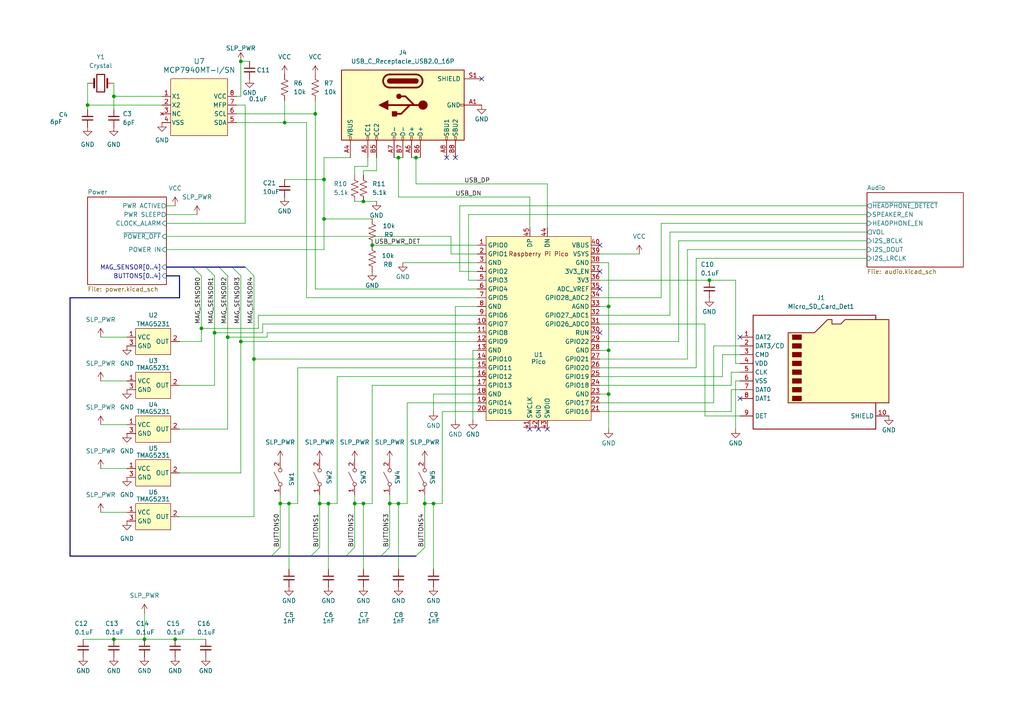
<source format=kicad_sch>
(kicad_sch (version 20231120) (generator "eeschema") (generator_version "8.0")
  (paper "A4")
  (title_block (title "Boombuddy"))
  (lib_symbols
    (symbol "Connector:Micro_SD_Card_Det1"
      (property "Reference" "J" (at -16.51 17.78 0))
      (property "Value" "Micro_SD_Card_Det1" (at 16.51 17.78 0))
      (symbol "Micro_SD_Card_Det1_0_1"
        (rectangle (start -7.62 -6.985) (end -5.08 -8.255) (stroke (width 0.254)) (fill (type outline)))
        (rectangle (start -7.62 -4.445) (end -5.08 -5.715) (stroke (width 0.254)) (fill (type outline)))
        (rectangle (start -7.62 -1.905) (end -5.08 -3.175) (stroke (width 0.254)) (fill (type outline)))
        (rectangle (start -7.62 0.635) (end -5.08 -0.635) (stroke (width 0.254)) (fill (type outline)))
        (rectangle (start -7.62 3.175) (end -5.08 1.905) (stroke (width 0.254)) (fill (type outline)))
        (rectangle (start -7.62 5.715) (end -5.08 4.445) (stroke (width 0.254)) (fill (type outline)))
        (rectangle (start -7.62 8.255) (end -5.08 6.985) (stroke (width 0.254)) (fill (type outline)))
        (rectangle (start -7.62 10.795) (end -5.08 9.525) (stroke (width 0.254)) (fill (type outline)))
        (polyline (pts (xy 16.51 15.24) (xy 16.51 16.51) (xy -19.05 16.51) (xy -19.05 -16.51) (xy 16.51 -16.51) (xy 16.51 -8.89)) (stroke (width 0.254)))
        (polyline (pts (xy -8.89 -8.89) (xy -8.89 11.43) (xy -1.27 11.43) (xy 2.54 15.24) (xy 3.81 15.24) (xy 3.81 13.97) (xy 6.35 13.97) (xy 7.62 15.24) (xy 20.32 15.24) (xy 20.32 -8.89) (xy -8.89 -8.89)) (stroke (width 0.254)) (fill (type background)))
      )
      (symbol "Micro_SD_Card_Det1_1_1"
        (pin bidirectional line (at -22.86 10.16 0) (length 3.81) (name "DAT2") (number "1"))
        (pin passive line (at 20.32 -12.7 180) (length 3.81) (name "SHIELD") (number "10"))
        (pin bidirectional line (at -22.86 7.62 0) (length 3.81) (name "DAT3/CD") (number "2"))
        (pin input line (at -22.86 5.08 0) (length 3.81) (name "CMD") (number "3"))
        (pin power_in line (at -22.86 2.54 0) (length 3.81) (name "VDD") (number "4"))
        (pin input line (at -22.86 0 0) (length 3.81) (name "CLK") (number "5"))
        (pin power_in line (at -22.86 -2.54 0) (length 3.81) (name "VSS") (number "6"))
        (pin bidirectional line (at -22.86 -5.08 0) (length 3.81) (name "DAT0") (number "7"))
        (pin bidirectional line (at -22.86 -7.62 0) (length 3.81) (name "DAT1") (number "8"))
        (pin passive line (at -22.86 -12.7 0) (length 3.81) (name "DET") (number "9"))
      )
    )
    (symbol "Connector:USB_C_Receptacle_USB2.0_16P" (pin_names (offset 1.016))
      (property "Reference" "J4" (at -15.24 0 90))
      (property "Value" "USB_C_Receptacle_USB2.0_16P" (at -12.7 0 90))
      (symbol "USB_C_Receptacle_USB2.0_16P_0_0"
        (rectangle (start -0.254 -17.78) (end 0.254 -16.764))
        (rectangle (start 10.16 -14.986) (end 9.144 -15.494))
        (rectangle (start 10.16 -12.446) (end 9.144 -12.954))
        (rectangle (start 10.16 -4.826) (end 9.144 -5.334))
        (rectangle (start 10.16 -2.286) (end 9.144 -2.794))
        (rectangle (start 10.16 0.254) (end 9.144 -0.254))
        (rectangle (start 10.16 2.794) (end 9.144 2.286))
        (rectangle (start 10.16 7.874) (end 9.144 7.366))
        (rectangle (start 10.16 10.414) (end 9.144 9.906))
        (rectangle (start 10.16 15.494) (end 9.144 14.986))
      )
      (symbol "USB_C_Receptacle_USB2.0_16P_0_1"
        (rectangle (start -10.16 17.78) (end 10.16 -17.78) (stroke (width 0.254)) (fill (type background)))
        (arc (start -8.89 -3.81) (mid -6.985 -5.7067) (end -5.08 -3.81) (stroke (width 0.508)))
        (arc (start -7.62 -3.81) (mid -6.985 -4.4423) (end -6.35 -3.81) (stroke (width 0.254)))
        (arc (start -7.62 -3.81) (mid -6.985 -4.4423) (end -6.35 -3.81) (stroke (width 0.254)) (fill (type outline)))
        (rectangle (start -7.62 -3.81) (end -6.35 3.81) (stroke (width 0.254)) (fill (type outline)))
        (arc (start -6.35 3.81) (mid -6.985 4.4423) (end -7.62 3.81) (stroke (width 0.254)))
        (arc (start -6.35 3.81) (mid -6.985 4.4423) (end -7.62 3.81) (stroke (width 0.254)) (fill (type outline)))
        (arc (start -5.08 3.81) (mid -6.985 5.7067) (end -8.89 3.81) (stroke (width 0.508)))
        (circle (center -2.54 1.143) (radius 0.635) (stroke (width 0.254)) (fill (type outline)))
        (circle (center 0 -5.842) (radius 1.27) (fill (type outline)))
        (polyline (pts (xy -8.89 -3.81) (xy -8.89 3.81)) (stroke (width 0.508)))
        (polyline (pts (xy -5.08 3.81) (xy -5.08 -3.81)) (stroke (width 0.508)))
        (polyline (pts (xy 0 -5.842) (xy 0 4.318)) (stroke (width 0.508)))
        (polyline (pts (xy 0 -3.302) (xy -2.54 -0.762) (xy -2.54 0.508)) (stroke (width 0.508)))
        (polyline (pts (xy 0 -2.032) (xy 2.54 0.508) (xy 2.54 1.778)) (stroke (width 0.508)))
        (polyline (pts (xy -1.27 4.318) (xy 0 6.858) (xy 1.27 4.318) (xy -1.27 4.318)) (stroke (width 0.254)) (fill (type outline)))
        (rectangle (start 1.905 1.778) (end 3.175 3.048) (stroke (width 0.254)) (fill (type outline)))
      )
      (symbol "USB_C_Receptacle_USB2.0_16P_1_1"
        (pin power_out line (at 0 -22.86 90) (length 5.08) (name "GND") (number "A1"))
        (pin passive line (at 0 -22.86 90) (length 5.08) hide (name "GND") (number "A12"))
        (pin power_out line (at 15.24 15.24 180) (length 5.08) (name "VBUS") (number "A4"))
        (pin bidirectional line (at 15.24 10.16 180) (length 5.08) (name "CC1") (number "A5"))
        (pin bidirectional line (at 15.24 -2.54 180) (length 5.08) (name "D+") (number "A6"))
        (pin bidirectional line (at 15.24 2.54 180) (length 5.08) (name "D-") (number "A7"))
        (pin bidirectional line (at 15.24 -12.7 180) (length 5.08) (name "SBU1") (number "A8"))
        (pin passive line (at 15.24 15.24 180) (length 5.08) hide (name "VBUS") (number "A9"))
        (pin passive line (at 0 -22.86 90) (length 5.08) hide (name "GND") (number "B1"))
        (pin passive line (at 0 -22.86 90) (length 5.08) hide (name "GND") (number "B12"))
        (pin passive line (at 15.24 15.24 180) (length 5.08) hide (name "VBUS") (number "B4"))
        (pin bidirectional line (at 15.24 7.62 180) (length 5.08) (name "CC2") (number "B5"))
        (pin bidirectional line (at 15.24 -5.08 180) (length 5.08) (name "D+") (number "B6"))
        (pin bidirectional line (at 15.24 0 180) (length 5.08) (name "D-") (number "B7"))
        (pin bidirectional line (at 15.24 -15.24 180) (length 5.08) (name "SBU2") (number "B8"))
        (pin passive line (at 15.24 15.24 180) (length 5.08) hide (name "VBUS") (number "B9"))
        (pin passive line (at -7.62 -22.86 90) (length 5.08) (name "SHIELD") (number "S1"))
      )
    )
    (symbol "Device:C_Small" (pin_numbers hide) (pin_names (offset 0.254) hide)
      (property "Reference" "C" (at 0.254 1.778 0))
      (property "Value" "C_Small" (at 0.254 -2.032 0))
      (symbol "C_Small_0_1"
        (polyline (pts (xy -1.524 -0.508) (xy 1.524 -0.508)) (stroke (width 0.3302)))
        (polyline (pts (xy -1.524 0.508) (xy 1.524 0.508)) (stroke (width 0.3048)))
      )
      (symbol "C_Small_1_1"
        (pin passive line (at 0 2.54 270) (length 2.032) (name "~") (number "1"))
        (pin passive line (at 0 -2.54 90) (length 2.032) (name "~") (number "2"))
      )
    )
    (symbol "Device:Crystal" (pin_numbers hide) (pin_names (offset 1.016) hide)
      (property "Reference" "Y" (at 0 3.81 0))
      (property "Value" "Crystal" (at 0 -3.81 0))
      (symbol "Crystal_0_1"
        (rectangle (start -1.143 2.54) (end 1.143 -2.54) (stroke (width 0.3048)))
        (polyline (pts (xy -2.54 0) (xy -1.905 0)))
        (polyline (pts (xy -1.905 -1.27) (xy -1.905 1.27)) (stroke (width 0.508)))
        (polyline (pts (xy 1.905 -1.27) (xy 1.905 1.27)) (stroke (width 0.508)))
        (polyline (pts (xy 2.54 0) (xy 1.905 0)))
      )
      (symbol "Crystal_1_1"
        (pin passive line (at -3.81 0 0) (length 1.27) (name "1") (number "1"))
        (pin passive line (at 3.81 0 180) (length 1.27) (name "2") (number "2"))
      )
    )
    (symbol "Device:R_US" (pin_numbers hide) (pin_names (offset 0))
      (property "Reference" "R" (at 2.54 0 90))
      (property "Value" "R_US" (at -2.54 0 90))
      (symbol "R_US_0_1"
        (polyline (pts (xy 0 -2.286) (xy 0 -2.54)))
        (polyline (pts (xy 0 2.286) (xy 0 2.54)))
        (polyline (pts (xy 0 -0.762) (xy 1.016 -1.143) (xy 0 -1.524) (xy -1.016 -1.905) (xy 0 -2.286)))
        (polyline (pts (xy 0 0.762) (xy 1.016 0.381) (xy 0 0) (xy -1.016 -0.381) (xy 0 -0.762)))
        (polyline (pts (xy 0 2.286) (xy 1.016 1.905) (xy 0 1.524) (xy -1.016 1.143) (xy 0 0.762)))
      )
      (symbol "R_US_1_1"
        (pin passive line (at 0 3.81 270) (length 1.27) (name "~") (number "1"))
        (pin passive line (at 0 -3.81 90) (length 1.27) (name "~") (number "2"))
      )
    )
    (symbol "Switch:SW_SPST" (pin_names (offset 0) hide)
      (property "Reference" "SW" (at 0 3.175 0))
      (property "Value" "SW_SPST" (at 0 -2.54 0))
      (symbol "SW_SPST_0_0"
        (circle (center -2.032 0) (radius 0.508))
        (polyline (pts (xy -1.524 0.254) (xy 1.524 1.778)))
        (circle (center 2.032 0) (radius 0.508))
      )
      (symbol "SW_SPST_1_1"
        (pin passive line (at -5.08 0 0) (length 2.54) (name "A") (number "1"))
        (pin passive line (at 5.08 0 180) (length 2.54) (name "B") (number "2"))
      )
    )
    (symbol "boombox:MCP7940MT-I_SN" (pin_names (offset 0.254))
      (property "Reference" "U" (at 0 13.97 0))
      (property "Value" "MCP7940MT-I/SN" (at 0 11.43 0))
      (symbol "MCP7940MT-I_SN_1_1"
        (rectangle (start -7.62 8.89) (end 8.89 -7.62) (fill (type background)))
        (pin input line (at -10.16 3.81 0) (length 2.54) (name "X1") (number "1"))
        (pin output line (at -10.16 1.27 0) (length 2.54) (name "X2") (number "2"))
        (pin no_connect line (at -10.16 -1.27 0) (length 2.54) (name "NC") (number "3"))
        (pin power_in line (at -10.16 -3.81 0) (length 2.54) (name "VSS") (number "4"))
        (pin bidirectional line (at 11.43 -3.81 180) (length 2.54) (name "SDA") (number "5"))
        (pin input line (at 11.43 -1.27 180) (length 2.54) (name "SCL") (number "6"))
        (pin bidirectional line (at 11.43 1.27 180) (length 2.54) (name "MFP") (number "7"))
        (pin power_in line (at 11.43 3.81 180) (length 2.54) (name "VCC") (number "8"))
      )
    )
    (symbol "boombox:TMAG5231"
      (property "Reference" "U" (at 0 7.112 0))
      (property "Value" "TMAG5231" (at 0.254 5.08 0))
      (symbol "TMAG5231_1_1"
        (rectangle (start -5.08 3.81) (end 5.08 -3.81) (fill (type background)))
        (pin power_in line (at -7.62 1.27 0) (length 2.54) (name "VCC") (number "1"))
        (pin output line (at 7.62 0 180) (length 2.54) (name "OUT") (number "2"))
        (pin power_in line (at -7.62 -1.27 0) (length 2.54) (name "GND") (number "3"))
      )
    )
    (symbol "pico:Pico"
      (property "Reference" "U1" (at 0 -7.62 0))
      (property "Value" "Pico" (at 0 -9.652 0))
      (symbol "Pico_0_0"
        (text "Raspberry Pi Pico" (at 0 21.59 0) (effects (font (size 1.27 1.27))))
      )
      (symbol "Pico_0_1"
        (rectangle (start -15.24 26.67) (end 15.24 -26.67) (fill (type background)))
      )
      (symbol "Pico_1_1"
        (pin bidirectional line (at -17.78 24.13 0) (length 2.54) (name "GPIO0") (number "1"))
        (pin bidirectional line (at -17.78 1.27 0) (length 2.54) (name "GPIO7") (number "10"))
        (pin bidirectional line (at -17.78 -1.27 0) (length 2.54) (name "GPIO8") (number "11"))
        (pin bidirectional line (at -17.78 -3.81 0) (length 2.54) (name "GPIO9") (number "12"))
        (pin power_in line (at -17.78 -6.35 0) (length 2.54) (name "GND") (number "13"))
        (pin bidirectional line (at -17.78 -8.89 0) (length 2.54) (name "GPIO10") (number "14"))
        (pin bidirectional line (at -17.78 -11.43 0) (length 2.54) (name "GPIO11") (number "15"))
        (pin bidirectional line (at -17.78 -13.97 0) (length 2.54) (name "GPIO12") (number "16"))
        (pin bidirectional line (at -17.78 -16.51 0) (length 2.54) (name "GPIO13") (number "17"))
        (pin power_in line (at -17.78 -19.05 0) (length 2.54) (name "GND") (number "18"))
        (pin bidirectional line (at -17.78 -21.59 0) (length 2.54) (name "GPIO14") (number "19"))
        (pin bidirectional line (at -17.78 21.59 0) (length 2.54) (name "GPIO1") (number "2"))
        (pin bidirectional line (at -17.78 -24.13 0) (length 2.54) (name "GPIO15") (number "20"))
        (pin bidirectional line (at 17.78 -24.13 180) (length 2.54) (name "GPIO16") (number "21"))
        (pin bidirectional line (at 17.78 -21.59 180) (length 2.54) (name "GPIO17") (number "22"))
        (pin power_in line (at 17.78 -19.05 180) (length 2.54) (name "GND") (number "23"))
        (pin bidirectional line (at 17.78 -16.51 180) (length 2.54) (name "GPIO18") (number "24"))
        (pin bidirectional line (at 17.78 -13.97 180) (length 2.54) (name "GPIO19") (number "25"))
        (pin bidirectional line (at 17.78 -11.43 180) (length 2.54) (name "GPIO20") (number "26"))
        (pin bidirectional line (at 17.78 -8.89 180) (length 2.54) (name "GPIO21") (number "27"))
        (pin power_in line (at 17.78 -6.35 180) (length 2.54) (name "GND") (number "28"))
        (pin bidirectional line (at 17.78 -3.81 180) (length 2.54) (name "GPIO22") (number "29"))
        (pin power_in line (at -17.78 19.05 0) (length 2.54) (name "GND") (number "3"))
        (pin input line (at 17.78 -1.27 180) (length 2.54) (name "RUN") (number "30"))
        (pin bidirectional line (at 17.78 1.27 180) (length 2.54) (name "GPIO26_ADC0") (number "31"))
        (pin bidirectional line (at 17.78 3.81 180) (length 2.54) (name "GPIO27_ADC1") (number "32"))
        (pin power_in line (at 17.78 6.35 180) (length 2.54) (name "AGND") (number "33"))
        (pin bidirectional line (at 17.78 8.89 180) (length 2.54) (name "GPIO28_ADC2") (number "34"))
        (pin power_in line (at 17.78 11.43 180) (length 2.54) (name "ADC_VREF") (number "35"))
        (pin power_out line (at 17.78 13.97 180) (length 2.54) (name "3V3") (number "36"))
        (pin input line (at 17.78 16.51 180) (length 2.54) (name "3V3_EN") (number "37"))
        (pin power_in line (at 17.78 19.05 180) (length 2.54) (name "GND") (number "38"))
        (pin power_in line (at 17.78 21.59 180) (length 2.54) (name "VSYS") (number "39"))
        (pin bidirectional line (at -17.78 16.51 0) (length 2.54) (name "GPIO2") (number "4"))
        (pin power_in line (at 17.78 24.13 180) (length 2.54) (name "VBUS") (number "40"))
        (pin input line (at -2.54 -29.21 90) (length 2.54) (name "SWCLK") (number "41"))
        (pin power_in line (at 0 -29.21 90) (length 2.54) (name "GND") (number "42"))
        (pin bidirectional line (at 2.54 -29.21 90) (length 2.54) (name "SWDIO") (number "43"))
        (pin bidirectional line (at 2.54 29.21 270) (length 2.54) (name "DN") (number "44"))
        (pin bidirectional line (at -2.54 29.21 270) (length 2.54) (name "DP") (number "45"))
        (pin bidirectional line (at -17.78 13.97 0) (length 2.54) (name "GPIO3") (number "5"))
        (pin bidirectional line (at -17.78 11.43 0) (length 2.54) (name "GPIO4") (number "6"))
        (pin bidirectional line (at -17.78 8.89 0) (length 2.54) (name "GPIO5") (number "7"))
        (pin power_in line (at -17.78 6.35 0) (length 2.54) (name "GND") (number "8"))
        (pin bidirectional line (at -17.78 3.81 0) (length 2.54) (name "GPIO6") (number "9"))
      )
    )
    (symbol "power:GND" (power) (pin_numbers hide) (pin_names (offset 0) hide)
      (property "Value" "GND" (at 0 -3.81 0))
      (symbol "GND_0_1"
        (polyline (pts (xy 0 0) (xy 0 -1.27) (xy 1.27 -1.27) (xy 0 -2.54) (xy -1.27 -1.27) (xy 0 -1.27)))
      )
      (symbol "GND_1_1"
        (pin power_in line (at 0 0 270) (length 0) (name "~") (number "1"))
      )
    )
    (symbol "power:VCC" (power) (pin_numbers hide) (pin_names (offset 0) hide)
      (property "Value" "VCC" (at 0 3.556 0))
      (symbol "VCC_0_1"
        (polyline (pts (xy -0.762 1.27) (xy 0 2.54)))
        (polyline (pts (xy 0 0) (xy 0 2.54)))
        (polyline (pts (xy 0 2.54) (xy 0.762 1.27)))
      )
      (symbol "VCC_1_1"
        (pin power_in line (at 0 0 90) (length 0) (name "~") (number "1"))
      )
    )
  )
  (junction (at 105.41 146.05))
  (junction (at 50.8 185.42))
  (junction (at 95.25 146.05))
  (junction (at 176.53 114.3))
  (junction (at 107.95 71.12))
  (junction (at 69.85 17.78))
  (junction (at 205.74 81.28))
  (junction (at 83.82 146.05))
  (junction (at 58.42 95.25))
  (junction (at 92.71 146.05))
  (junction (at 62.23 96.52))
  (junction (at 123.19 146.05))
  (junction (at 120.65 45.72))
  (junction (at 33.02 185.42))
  (junction (at 115.57 146.05))
  (junction (at 102.87 146.05))
  (junction (at 66.04 97.79))
  (junction (at 69.85 99.06))
  (junction (at 81.28 146.05))
  (junction (at 176.53 101.6))
  (junction (at 113.03 146.05))
  (junction (at 25.4 30.48))
  (junction (at 115.57 45.72))
  (junction (at 105.41 58.42))
  (junction (at 91.44 33.02))
  (junction (at 93.98 52.07))
  (junction (at 176.53 88.9))
  (junction (at 82.55 35.56))
  (junction (at 41.91 185.42))
  (junction (at 33.02 27.94))
  (junction (at 73.66 104.14))
  (junction (at 125.73 146.05))
  (junction (at 93.98 63.5))
  (no_connect (at 173.99 96.52))
  (no_connect (at 153.67 124.46))
  (no_connect (at 214.63 115.57))
  (no_connect (at 156.21 124.46))
  (no_connect (at 214.63 97.79))
  (no_connect (at 139.7 22.86))
  (no_connect (at 129.54 45.72))
  (no_connect (at 173.99 78.74))
  (no_connect (at 158.75 124.46))
  (no_connect (at 173.99 83.82))
  (no_connect (at 132.08 45.72))
  (no_connect (at 173.99 71.12))
  (bus_entry (at 110.49 161.29) (size 2.54 -2.54))
  (bus_entry (at 59.69 77.47) (size 2.54 2.54))
  (bus_entry (at 55.88 77.47) (size 2.54 2.54))
  (bus_entry (at 100.33 161.29) (size 2.54 -2.54))
  (bus_entry (at 67.31 77.47) (size 2.54 2.54))
  (bus_entry (at 71.12 77.47) (size 2.54 2.54))
  (bus_entry (at 63.5 77.47) (size 2.54 2.54))
  (bus_entry (at 90.17 161.29) (size 2.54 -2.54))
  (bus_entry (at 120.65 161.29) (size 2.54 -2.54))
  (bus_entry (at 78.74 161.29) (size 2.54 -2.54))
  (wire (pts (xy 113.03 146.05) (xy 113.03 158.75)))
  (wire (pts (xy 69.85 17.78) (xy 69.85 27.94)))
  (wire (pts (xy 82.55 52.07) (xy 93.98 52.07)))
  (wire (pts (xy 196.85 99.06) (xy 173.99 99.06)))
  (wire (pts (xy 125.73 114.3) (xy 138.43 114.3)))
  (wire (pts (xy 209.55 109.22) (xy 173.99 109.22)))
  (wire (pts (xy 74.93 91.44) (xy 138.43 91.44)))
  (wire (pts (xy 212.09 107.95) (xy 212.09 111.76)))
  (wire (pts (xy 102.87 146.05) (xy 102.87 158.75)))
  (wire (pts (xy 25.4 31.75) (xy 25.4 30.48)))
  (wire (pts (xy 93.98 52.07) (xy 93.98 63.5)))
  (wire (pts (xy 88.9 86.36) (xy 88.9 35.56)))
  (wire (pts (xy 194.31 91.44) (xy 173.99 91.44)))
  (wire (pts (xy 69.85 99.06) (xy 138.43 99.06)))
  (wire (pts (xy 62.23 111.76) (xy 52.07 111.76)))
  (wire (pts (xy 77.47 96.52) (xy 77.47 97.79)))
  (wire (pts (xy 109.22 49.53) (xy 109.22 45.72)))
  (wire (pts (xy 81.28 146.05) (xy 83.82 146.05)))
  (wire (pts (xy 33.02 27.94) (xy 33.02 31.75)))
  (wire (pts (xy 29.21 110.49) (xy 36.83 110.49)))
  (wire (pts (xy 105.41 146.05) (xy 107.95 146.05)))
  (bus (pts (xy 20.32 86.36) (xy 20.32 161.29)))
  (wire (pts (xy 125.73 119.38) (xy 125.73 114.3)))
  (wire (pts (xy 201.93 74.93) (xy 201.93 106.68)))
  (wire (pts (xy 213.36 124.46) (xy 213.36 110.49)))
  (wire (pts (xy 33.02 185.42) (xy 41.91 185.42)))
  (wire (pts (xy 88.9 86.36) (xy 138.43 86.36)))
  (wire (pts (xy 120.65 45.72) (xy 121.92 45.72)))
  (wire (pts (xy 132.08 121.92) (xy 132.08 88.9)))
  (wire (pts (xy 82.55 29.21) (xy 82.55 35.56)))
  (wire (pts (xy 69.85 17.78) (xy 72.39 17.78)))
  (wire (pts (xy 176.53 88.9) (xy 176.53 101.6)))
  (wire (pts (xy 81.28 146.05) (xy 81.28 158.75)))
  (wire (pts (xy 83.82 146.05) (xy 86.36 146.05)))
  (wire (pts (xy 132.08 88.9) (xy 138.43 88.9)))
  (bus (pts (xy 48.26 77.47) (xy 55.88 77.47)))
  (wire (pts (xy 204.47 120.65) (xy 204.47 93.98)))
  (wire (pts (xy 199.39 104.14) (xy 173.99 104.14)))
  (wire (pts (xy 135.89 62.23) (xy 135.89 81.28)))
  (wire (pts (xy 93.98 45.72) (xy 101.6 45.72)))
  (wire (pts (xy 69.85 80.01) (xy 69.85 99.06)))
  (wire (pts (xy 115.57 45.72) (xy 115.57 57.15)))
  (wire (pts (xy 29.21 97.79) (xy 36.83 97.79)))
  (wire (pts (xy 115.57 165.1) (xy 115.57 146.05)))
  (wire (pts (xy 106.68 48.26) (xy 106.68 45.72)))
  (wire (pts (xy 114.3 45.72) (xy 115.57 45.72)))
  (wire (pts (xy 93.98 63.5) (xy 93.98 72.39)))
  (wire (pts (xy 135.89 81.28) (xy 138.43 81.28)))
  (wire (pts (xy 214.63 102.87) (xy 209.55 102.87)))
  (wire (pts (xy 97.79 109.22) (xy 138.43 109.22)))
  (wire (pts (xy 196.85 69.85) (xy 196.85 99.06)))
  (wire (pts (xy 173.99 73.66) (xy 185.42 73.66)))
  (wire (pts (xy 176.53 124.46) (xy 176.53 114.3)))
  (wire (pts (xy 48.26 62.23) (xy 57.15 62.23)))
  (wire (pts (xy 62.23 80.01) (xy 62.23 96.52)))
  (bus (pts (xy 55.88 77.47) (xy 59.69 77.47)))
  (wire (pts (xy 76.2 93.98) (xy 138.43 93.98)))
  (wire (pts (xy 115.57 146.05) (xy 118.11 146.05)))
  (wire (pts (xy 119.38 45.72) (xy 120.65 45.72)))
  (wire (pts (xy 123.19 146.05) (xy 123.19 158.75)))
  (wire (pts (xy 176.53 114.3) (xy 173.99 114.3)))
  (wire (pts (xy 102.87 146.05) (xy 102.87 143.51)))
  (wire (pts (xy 73.66 80.01) (xy 73.66 104.14)))
  (wire (pts (xy 128.27 119.38) (xy 128.27 146.05)))
  (wire (pts (xy 92.71 158.75) (xy 92.71 146.05)))
  (wire (pts (xy 120.65 53.34) (xy 158.75 53.34)))
  (bus (pts (xy 100.33 161.29) (xy 110.49 161.29)))
  (wire (pts (xy 66.04 80.01) (xy 66.04 97.79)))
  (wire (pts (xy 83.82 165.1) (xy 83.82 146.05)))
  (wire (pts (xy 102.87 48.26) (xy 106.68 48.26)))
  (wire (pts (xy 95.25 165.1) (xy 95.25 146.05)))
  (wire (pts (xy 158.75 53.34) (xy 158.75 66.04)))
  (wire (pts (xy 58.42 95.25) (xy 74.93 95.25)))
  (wire (pts (xy 107.95 111.76) (xy 107.95 146.05)))
  (wire (pts (xy 251.46 62.23) (xy 135.89 62.23)))
  (wire (pts (xy 24.13 185.42) (xy 33.02 185.42)))
  (wire (pts (xy 204.47 93.98) (xy 173.99 93.98)))
  (wire (pts (xy 137.16 121.92) (xy 137.16 101.6)))
  (wire (pts (xy 62.23 96.52) (xy 62.23 111.76)))
  (wire (pts (xy 209.55 102.87) (xy 209.55 109.22)))
  (wire (pts (xy 69.85 99.06) (xy 69.85 137.16)))
  (wire (pts (xy 25.4 30.48) (xy 46.99 30.48)))
  (wire (pts (xy 58.42 80.01) (xy 58.42 95.25)))
  (bus (pts (xy 67.31 77.47) (xy 71.12 77.47)))
  (wire (pts (xy 191.77 86.36) (xy 173.99 86.36)))
  (wire (pts (xy 86.36 106.68) (xy 86.36 146.05)))
  (wire (pts (xy 25.4 30.48) (xy 25.4 24.13)))
  (wire (pts (xy 97.79 109.22) (xy 97.79 146.05)))
  (wire (pts (xy 205.74 81.28) (xy 213.36 81.28)))
  (wire (pts (xy 93.98 63.5) (xy 107.95 63.5)))
  (wire (pts (xy 73.66 149.86) (xy 52.07 149.86)))
  (wire (pts (xy 102.87 58.42) (xy 105.41 58.42)))
  (bus (pts (xy 59.69 77.47) (xy 63.5 77.47)))
  (wire (pts (xy 251.46 72.39) (xy 199.39 72.39)))
  (wire (pts (xy 62.23 96.52) (xy 76.2 96.52)))
  (wire (pts (xy 115.57 57.15) (xy 153.67 57.15)))
  (wire (pts (xy 251.46 69.85) (xy 196.85 69.85)))
  (wire (pts (xy 92.71 146.05) (xy 95.25 146.05)))
  (wire (pts (xy 102.87 146.05) (xy 105.41 146.05)))
  (wire (pts (xy 73.66 104.14) (xy 73.66 149.86)))
  (wire (pts (xy 91.44 33.02) (xy 91.44 83.82)))
  (wire (pts (xy 33.02 27.94) (xy 46.99 27.94)))
  (bus (pts (xy 20.32 161.29) (xy 78.74 161.29)))
  (wire (pts (xy 113.03 146.05) (xy 115.57 146.05)))
  (wire (pts (xy 199.39 72.39) (xy 199.39 104.14)))
  (wire (pts (xy 48.26 64.77) (xy 71.12 64.77)))
  (wire (pts (xy 29.21 123.19) (xy 36.83 123.19)))
  (wire (pts (xy 153.67 57.15) (xy 153.67 66.04)))
  (wire (pts (xy 213.36 81.28) (xy 213.36 105.41)))
  (wire (pts (xy 207.01 100.33) (xy 207.01 116.84)))
  (wire (pts (xy 116.84 76.2) (xy 138.43 76.2)))
  (bus (pts (xy 90.17 161.29) (xy 100.33 161.29)))
  (wire (pts (xy 93.98 45.72) (xy 93.98 52.07)))
  (wire (pts (xy 69.85 27.94) (xy 68.58 27.94)))
  (wire (pts (xy 173.99 116.84) (xy 207.01 116.84)))
  (wire (pts (xy 118.11 116.84) (xy 138.43 116.84)))
  (wire (pts (xy 123.19 146.05) (xy 125.73 146.05)))
  (wire (pts (xy 107.95 111.76) (xy 138.43 111.76)))
  (wire (pts (xy 212.09 113.03) (xy 212.09 119.38)))
  (wire (pts (xy 251.46 64.77) (xy 191.77 64.77)))
  (bus (pts (xy 52.07 86.36) (xy 52.07 80.01)))
  (wire (pts (xy 118.11 116.84) (xy 118.11 146.05)))
  (wire (pts (xy 77.47 96.52) (xy 138.43 96.52)))
  (wire (pts (xy 68.58 30.48) (xy 71.12 30.48)))
  (wire (pts (xy 95.25 146.05) (xy 97.79 146.05)))
  (wire (pts (xy 69.85 137.16) (xy 52.07 137.16)))
  (wire (pts (xy 125.73 146.05) (xy 128.27 146.05)))
  (wire (pts (xy 48.26 68.58) (xy 130.81 68.58)))
  (wire (pts (xy 173.99 81.28) (xy 205.74 81.28)))
  (wire (pts (xy 105.41 49.53) (xy 109.22 49.53)))
  (wire (pts (xy 213.36 105.41) (xy 214.63 105.41)))
  (wire (pts (xy 251.46 74.93) (xy 201.93 74.93)))
  (wire (pts (xy 212.09 111.76) (xy 173.99 111.76)))
  (wire (pts (xy 214.63 107.95) (xy 212.09 107.95)))
  (wire (pts (xy 66.04 97.79) (xy 66.04 124.46)))
  (wire (pts (xy 130.81 73.66) (xy 138.43 73.66)))
  (wire (pts (xy 214.63 113.03) (xy 212.09 113.03)))
  (wire (pts (xy 77.47 97.79) (xy 66.04 97.79)))
  (wire (pts (xy 194.31 67.31) (xy 194.31 91.44)))
  (bus (pts (xy 78.74 161.29) (xy 90.17 161.29)))
  (wire (pts (xy 191.77 64.77) (xy 191.77 86.36)))
  (wire (pts (xy 92.71 146.05) (xy 92.71 143.51)))
  (wire (pts (xy 68.58 35.56) (xy 82.55 35.56)))
  (wire (pts (xy 86.36 106.68) (xy 138.43 106.68)))
  (wire (pts (xy 71.12 30.48) (xy 71.12 64.77)))
  (wire (pts (xy 102.87 50.8) (xy 102.87 48.26)))
  (wire (pts (xy 201.93 106.68) (xy 173.99 106.68)))
  (wire (pts (xy 113.03 143.51) (xy 113.03 146.05)))
  (wire (pts (xy 58.42 95.25) (xy 58.42 99.06)))
  (wire (pts (xy 66.04 124.46) (xy 52.07 124.46)))
  (wire (pts (xy 50.8 185.42) (xy 59.69 185.42)))
  (wire (pts (xy 107.95 71.12) (xy 138.43 71.12)))
  (wire (pts (xy 105.41 165.1) (xy 105.41 146.05)))
  (wire (pts (xy 128.27 119.38) (xy 138.43 119.38)))
  (bus (pts (xy 63.5 77.47) (xy 67.31 77.47)))
  (wire (pts (xy 41.91 185.42) (xy 50.8 185.42)))
  (wire (pts (xy 48.26 72.39) (xy 93.98 72.39)))
  (wire (pts (xy 91.44 29.21) (xy 91.44 33.02)))
  (wire (pts (xy 176.53 101.6) (xy 176.53 114.3)))
  (wire (pts (xy 48.26 59.69) (xy 50.8 59.69)))
  (wire (pts (xy 176.53 76.2) (xy 176.53 88.9)))
  (wire (pts (xy 52.07 99.06) (xy 58.42 99.06)))
  (wire (pts (xy 105.41 58.42) (xy 109.22 58.42)))
  (wire (pts (xy 133.35 59.69) (xy 133.35 78.74)))
  (wire (pts (xy 91.44 83.82) (xy 138.43 83.82)))
  (wire (pts (xy 213.36 110.49) (xy 214.63 110.49)))
  (wire (pts (xy 81.28 143.51) (xy 81.28 146.05)))
  (wire (pts (xy 115.57 45.72) (xy 116.84 45.72)))
  (wire (pts (xy 173.99 101.6) (xy 176.53 101.6)))
  (wire (pts (xy 68.58 33.02) (xy 91.44 33.02)))
  (wire (pts (xy 133.35 78.74) (xy 138.43 78.74)))
  (wire (pts (xy 214.63 100.33) (xy 207.01 100.33)))
  (wire (pts (xy 29.21 148.59) (xy 36.83 148.59)))
  (wire (pts (xy 74.93 95.25) (xy 74.93 91.44)))
  (wire (pts (xy 82.55 35.56) (xy 88.9 35.56)))
  (wire (pts (xy 251.46 67.31) (xy 194.31 67.31)))
  (wire (pts (xy 120.65 45.72) (xy 120.65 53.34)))
  (wire (pts (xy 123.19 143.51) (xy 123.19 146.05)))
  (wire (pts (xy 125.73 165.1) (xy 125.73 146.05)))
  (wire (pts (xy 214.63 120.65) (xy 204.47 120.65)))
  (wire (pts (xy 29.21 135.89) (xy 36.83 135.89)))
  (wire (pts (xy 173.99 88.9) (xy 176.53 88.9)))
  (wire (pts (xy 173.99 76.2) (xy 176.53 76.2)))
  (wire (pts (xy 73.66 104.14) (xy 138.43 104.14)))
  (wire (pts (xy 212.09 119.38) (xy 173.99 119.38)))
  (bus (pts (xy 110.49 161.29) (xy 120.65 161.29)))
  (wire (pts (xy 130.81 68.58) (xy 130.81 73.66)))
  (wire (pts (xy 251.46 59.69) (xy 133.35 59.69)))
  (bus (pts (xy 48.26 80.01) (xy 52.07 80.01)))
  (wire (pts (xy 41.91 177.8) (xy 41.91 185.42)))
  (wire (pts (xy 137.16 101.6) (xy 138.43 101.6)))
  (bus (pts (xy 52.07 86.36) (xy 20.32 86.36)))
  (wire (pts (xy 76.2 93.98) (xy 76.2 96.52)))
  (wire (pts (xy 33.02 27.94) (xy 33.02 24.13)))
  (wire (pts (xy 105.41 50.8) (xy 105.41 49.53)))
  (label "MAG_SENSOR4" (at 73.66 93.98 90))
  (label "BUTTONS0" (at 81.28 158.75 90))
  (label "BUTTONS1" (at 92.71 158.75 90))
  (label "USB_PWR_DET" (at 121.92 71.12 180))
  (label "MAG_SENSOR3" (at 69.85 93.98 90))
  (label "BUTTONS4" (at 123.19 158.75 90))
  (label "USB_DN" (at 132.08 57.15 0))
  (label "BUTTONS2" (at 102.87 158.75 90))
  (label "MAG_SENSOR2" (at 66.04 93.98 90))
  (label "MAG_SENSOR0" (at 58.42 93.98 90))
  (label "BUTTONS3" (at 113.03 158.75 90))
  (label "MAG_SENSOR1" (at 62.23 93.98 90))
  (label "USB_DP" (at 134.62 53.34 0))
  (symbol (lib_id "Device:C_Small") (at 33.02 187.96 0) (unit 1)
    (property "Reference" "C13" (at 30.48 180.848 0) (effects (justify left)))
    (property "Value" "0.1uF" (at 30.48 183.388 0) (effects (justify left)))
    (property "Footprint" "Capacitor_SMD:C_0402_1005Metric_Pad0.74x0.62mm_HandSolder" (effects (hide yes)))
    (property "Description" "Unpolarized capacitor, small symbol" (effects (hide yes)))
  )
  (symbol (lib_id "Device:R_US") (at 107.95 74.93 180) (unit 1)
    (property "Reference" "R8" (at 112.522 76.708 0))
    (property "Value" "10k" (at 112.522 74.168 0))
    (property "Footprint" "Resistor_SMD:R_0402_1005Metric_Pad0.72x0.64mm_HandSolder" (effects (hide yes)))
    (property "Description" "Resistor, US symbol" (effects (hide yes)))
  )
  (symbol (lib_id "Device:C_Small") (at 25.4 34.29 180) (unit 1)
    (property "Reference" "C4" (at 17.018 33.274 0) (effects (justify right)))
    (property "Value" "6pF" (at 14.478 35.306 0) (effects (justify right)))
    (property "Footprint" "Capacitor_SMD:C_0402_1005Metric_Pad0.74x0.62mm_HandSolder" (effects (hide yes)))
    (property "Description" "Unpolarized capacitor, small symbol" (effects (hide yes)))
  )
  (symbol (lib_id "power:GND") (at 59.69 190.5 0) (unit 1)
    (property "Reference" "#PWR063" (effects (hide yes)))
    (property "Value" "GND" (at 59.69 194.564 0))
    (property "Description" "Power symbol creates a global label with name \"GND\" , ground" (effects (hide yes)))
  )
  (symbol (lib_id "power:VCC") (at 69.85 17.78 0) (unit 1)
    (property "Reference" "#PWR033" (effects (hide yes)))
    (property "Value" "SLP_PWR" (at 69.85 13.97 0))
    (property "Description" "Power symbol creates a global label with name \"VCC\"" (effects (hide yes)))
  )
  (symbol (lib_id "power:VCC") (at 81.28 133.35 0) (unit 1)
    (property "Reference" "#PWR029" (effects (hide yes)))
    (property "Value" "SLP_PWR" (at 81.28 128.27 0))
    (property "Description" "Power symbol creates a global label with name \"VCC\"" (effects (hide yes)))
  )
  (symbol (lib_id "Device:C_Small") (at 33.02 34.29 180) (unit 1)
    (property "Reference" "C3" (at 35.56 33.0135 0) (effects (justify right)))
    (property "Value" "6pF" (at 35.56 35.5535 0) (effects (justify right)))
    (property "Footprint" "Capacitor_SMD:C_0402_1005Metric_Pad0.74x0.62mm_HandSolder" (effects (hide yes)))
    (property "Description" "Unpolarized capacitor, small symbol" (effects (hide yes)))
  )
  (symbol (lib_id "power:GND") (at 36.83 125.73 0) (unit 1)
    (property "Reference" "#PWR03" (effects (hide yes)))
    (property "Value" "GND" (at 36.83 130.81 0))
    (property "Description" "Power symbol creates a global label with name \"GND\" , ground" (effects (hide yes)))
  )
  (symbol (lib_id "power:GND") (at 82.55 57.15 0) (unit 1)
    (property "Reference" "#PWR069" (effects (hide yes)))
    (property "Value" "GND" (at 82.55 61.214 0))
    (property "Description" "Power symbol creates a global label with name \"GND\" , ground" (effects (hide yes)))
  )
  (symbol (lib_id "Device:C_Small") (at 205.74 83.82 0) (unit 1)
    (property "Reference" "C10" (at 203.2 76.708 0) (effects (justify left)))
    (property "Value" "0.1uF" (at 203.2 79.248 0) (effects (justify left)))
    (property "Footprint" "Capacitor_SMD:C_0402_1005Metric_Pad0.74x0.62mm_HandSolder" (effects (hide yes)))
    (property "Description" "Unpolarized capacitor, small symbol" (effects (hide yes)))
  )
  (symbol (lib_id "power:VCC") (at 91.44 21.59 0) (unit 1)
    (property "Reference" "#PWR035" (effects (hide yes)))
    (property "Value" "VCC" (at 91.44 16.51 0))
    (property "Description" "Power symbol creates a global label with name \"VCC\"" (effects (hide yes)))
  )
  (symbol (lib_id "power:VCC") (at 185.42 73.66 0) (unit 1)
    (property "Reference" "#PWR021" (effects (hide yes)))
    (property "Value" "VCC" (at 185.42 68.58 0))
    (property "Description" "Power symbol creates a global label with name \"VCC\"" (effects (hide yes)))
  )
  (symbol (lib_id "power:GND") (at 41.91 190.5 0) (unit 1)
    (property "Reference" "#PWR061" (effects (hide yes)))
    (property "Value" "GND" (at 41.91 194.564 0))
    (property "Description" "Power symbol creates a global label with name \"GND\" , ground" (effects (hide yes)))
  )
  (symbol (lib_id "Device:R_US") (at 105.41 54.61 0) (unit 1)
    (property "Reference" "R11" (at 107.95 53.3399 0) (effects (justify left)))
    (property "Value" "5.1k" (at 107.95 55.8799 0) (effects (justify left)))
    (property "Footprint" "Resistor_SMD:R_0402_1005Metric_Pad0.72x0.64mm_HandSolder" (effects (hide yes)))
    (property "Description" "Resistor, US symbol" (effects (hide yes)))
  )
  (symbol (lib_id "power:GND") (at 83.82 170.18 0) (unit 1)
    (property "Reference" "#PWR043" (effects (hide yes)))
    (property "Value" "GND" (at 83.82 174.244 0))
    (property "Description" "Power symbol creates a global label with name \"GND\" , ground" (effects (hide yes)))
  )
  (symbol (lib_id "boombox:TMAG5231") (at 44.45 111.76 0) (unit 1)
    (property "Reference" "U3" (at 44.45 104.648 0))
    (property "Value" "TMAG5231" (at 44.45 106.68 0))
    (property "Footprint" "Package_TO_SOT_SMD:SOT-23" (effects (hide yes)))
    (property "Datasheet" "${KIPRJMOD}/datasheets/tmag5231.pdf" (effects (hide yes)))
  )
  (symbol (lib_id "power:VCC") (at 92.71 133.35 0) (unit 1)
    (property "Reference" "#PWR042" (effects (hide yes)))
    (property "Value" "SLP_PWR" (at 92.71 128.27 0))
    (property "Description" "Power symbol creates a global label with name \"VCC\"" (effects (hide yes)))
  )
  (symbol (lib_id "power:GND") (at 25.4 36.83 0) (unit 1)
    (property "Reference" "#PWR030" (effects (hide yes)))
    (property "Value" "GND" (at 25.4 41.91 0))
    (property "Description" "Power symbol creates a global label with name \"GND\" , ground" (effects (hide yes)))
  )
  (symbol (lib_id "Device:C_Small") (at 83.82 167.64 0) (unit 1)
    (property "Reference" "C5" (at 82.55 178.308 0) (effects (justify left)))
    (property "Value" "1nF" (at 82.042 180.086 0) (effects (justify left)))
    (property "Footprint" "Capacitor_SMD:C_0402_1005Metric_Pad0.74x0.62mm_HandSolder" (effects (hide yes)))
    (property "Description" "Unpolarized capacitor, small symbol" (effects (hide yes)))
  )
  (symbol (lib_id "power:GND") (at 95.25 170.18 0) (unit 1)
    (property "Reference" "#PWR049" (effects (hide yes)))
    (property "Value" "GND" (at 95.25 174.244 0))
    (property "Description" "Power symbol creates a global label with name \"GND\" , ground" (effects (hide yes)))
  )
  (symbol (lib_id "Device:C_Small") (at 59.69 187.96 0) (unit 1)
    (property "Reference" "C16" (at 57.15 180.848 0) (effects (justify left)))
    (property "Value" "0.1uF" (at 57.15 183.388 0) (effects (justify left)))
    (property "Footprint" "Capacitor_SMD:C_0402_1005Metric_Pad0.74x0.62mm_HandSolder" (effects (hide yes)))
    (property "Description" "Unpolarized capacitor, small symbol" (effects (hide yes)))
  )
  (symbol (lib_id "power:GND") (at 137.16 121.92 0) (unit 1)
    (property "Reference" "#PWR037" (effects (hide yes)))
    (property "Value" "GND" (at 137.16 125.984 0))
    (property "Description" "Power symbol creates a global label with name \"GND\" , ground" (effects (hide yes)))
  )
  (symbol (lib_id "power:VCC") (at 50.8 59.69 0) (unit 1)
    (property "Reference" "#PWR020" (effects (hide yes)))
    (property "Value" "VCC" (at 50.8 54.61 0))
    (property "Description" "Power symbol creates a global label with name \"VCC\"" (effects (hide yes)))
  )
  (symbol (lib_id "Device:C_Small") (at 41.91 187.96 0) (unit 1)
    (property "Reference" "C14" (at 39.37 180.848 0) (effects (justify left)))
    (property "Value" "0.1uF" (at 39.37 183.388 0) (effects (justify left)))
    (property "Footprint" "Capacitor_SMD:C_0402_1005Metric_Pad0.74x0.62mm_HandSolder" (effects (hide yes)))
    (property "Description" "Unpolarized capacitor, small symbol" (effects (hide yes)))
  )
  (symbol (lib_id "boombox:TMAG5231") (at 44.45 149.86 0) (unit 1)
    (property "Reference" "U6" (at 44.45 142.748 0))
    (property "Value" "TMAG5231" (at 44.45 144.78 0))
    (property "Footprint" "Package_TO_SOT_SMD:SOT-23" (effects (hide yes)))
    (property "Datasheet" "${KIPRJMOD}/datasheets/tmag5231.pdf" (effects (hide yes)))
  )
  (symbol (lib_id "Device:R_US") (at 107.95 67.31 180) (unit 1)
    (property "Reference" "R9" (at 112.776 68.072 0))
    (property "Value" "10k" (at 112.776 65.532 0))
    (property "Footprint" "Resistor_SMD:R_0402_1005Metric_Pad0.72x0.64mm_HandSolder" (effects (hide yes)))
    (property "Description" "Resistor, US symbol" (effects (hide yes)))
  )
  (symbol (lib_id "Device:C_Small") (at 72.39 20.32 0) (unit 1)
    (property "Reference" "C11" (at 74.422 20.32 0) (effects (justify left)))
    (property "Value" "0.1uF" (at 72.136 28.702 0) (effects (justify left)))
    (property "Footprint" "Capacitor_SMD:C_0402_1005Metric_Pad0.74x0.62mm_HandSolder" (effects (hide yes)))
    (property "Description" "Unpolarized capacitor, small symbol" (effects (hide yes)))
  )
  (symbol (lib_id "Device:C_Small") (at 82.55 54.61 0) (unit 1)
    (property "Reference" "C21" (at 76.2 53.086 0) (effects (justify left)))
    (property "Value" "10uF" (at 76.2 55.626 0) (effects (justify left)))
    (property "Footprint" "Capacitor_SMD:C_0603_1608Metric_Pad1.08x0.95mm_HandSolder" (effects (hide yes)))
    (property "Description" "Unpolarized capacitor, small symbol" (effects (hide yes)))
  )
  (symbol (lib_id "power:VCC") (at 29.21 135.89 0) (unit 1)
    (property "Reference" "#PWR011" (effects (hide yes)))
    (property "Value" "SLP_PWR" (at 29.21 130.81 0))
    (property "Description" "Power symbol creates a global label with name \"VCC\"" (effects (hide yes)))
  )
  (symbol (lib_id "power:VCC") (at 41.91 177.8 0) (unit 1)
    (property "Reference" "#PWR064" (effects (hide yes)))
    (property "Value" "SLP_PWR" (at 41.91 172.72 0))
    (property "Description" "Power symbol creates a global label with name \"VCC\"" (effects (hide yes)))
  )
  (symbol (lib_id "Device:R_US") (at 91.44 25.4 0) (unit 1)
    (property "Reference" "R7" (at 93.98 24.1299 0) (effects (justify left)))
    (property "Value" "10k" (at 93.98 26.6699 0) (effects (justify left)))
    (property "Footprint" "Resistor_SMD:R_0402_1005Metric_Pad0.72x0.64mm_HandSolder" (effects (hide yes)))
    (property "Description" "Resistor, US symbol" (effects (hide yes)))
  )
  (symbol (lib_id "boombox:TMAG5231") (at 44.45 124.46 0) (unit 1)
    (property "Reference" "U4" (at 44.45 117.348 0))
    (property "Value" "TMAG5231" (at 44.45 119.38 0))
    (property "Footprint" "Package_TO_SOT_SMD:SOT-23" (effects (hide yes)))
    (property "Datasheet" "${KIPRJMOD}/datasheets/tmag5231.pdf" (effects (hide yes)))
  )
  (symbol (lib_id "power:GND") (at 176.53 124.46 0) (unit 1)
    (property "Reference" "#PWR025" (effects (hide yes)))
    (property "Value" "GND" (at 176.53 128.524 0))
    (property "Description" "Power symbol creates a global label with name \"GND\" , ground" (effects (hide yes)))
  )
  (symbol (lib_id "power:GND") (at 36.83 100.33 0) (unit 1)
    (property "Reference" "#PWR05" (effects (hide yes)))
    (property "Value" "GND" (at 36.83 105.41 0))
    (property "Description" "Power symbol creates a global label with name \"GND\" , ground" (effects (hide yes)))
  )
  (symbol (lib_id "Device:C_Small") (at 105.41 167.64 0) (unit 1)
    (property "Reference" "C7" (at 104.14 178.308 0) (effects (justify left)))
    (property "Value" "1nF" (at 103.632 180.086 0) (effects (justify left)))
    (property "Footprint" "Capacitor_SMD:C_0402_1005Metric_Pad0.74x0.62mm_HandSolder" (effects (hide yes)))
    (property "Description" "Unpolarized capacitor, small symbol" (effects (hide yes)))
  )
  (symbol (lib_id "Switch:SW_SPST") (at 92.71 138.43 90) (unit 1)
    (property "Reference" "SW2" (at 95.504 140.462 0) (effects (justify left)))
    (property "Value" "SW_SPST" (effects (hide yes)))
    (property "Footprint" "boombox:PTS645S_SMTR92_CNK" (effects (hide yes)))
    (property "Description" "Single Pole Single Throw (SPST) switch" (effects (hide yes)))
  )
  (symbol (lib_id "Device:C_Small") (at 95.25 167.64 0) (unit 1)
    (property "Reference" "C6" (at 93.98 178.308 0) (effects (justify left)))
    (property "Value" "1nF" (at 93.472 180.086 0) (effects (justify left)))
    (property "Footprint" "Capacitor_SMD:C_0402_1005Metric_Pad0.74x0.62mm_HandSolder" (effects (hide yes)))
    (property "Description" "Unpolarized capacitor, small symbol" (effects (hide yes)))
  )
  (symbol (lib_id "power:GND") (at 107.95 78.74 0) (unit 1)
    (property "Reference" "#PWR041" (effects (hide yes)))
    (property "Value" "GND" (at 107.95 82.804 0))
    (property "Description" "Power symbol creates a global label with name \"GND\" , ground" (effects (hide yes)))
  )
  (symbol (lib_id "power:GND") (at 109.22 58.42 0) (unit 1)
    (property "Reference" "#PWR044" (effects (hide yes)))
    (property "Value" "GND" (at 109.22 62.484 0))
    (property "Description" "Power symbol creates a global label with name \"GND\" , ground" (effects (hide yes)))
  )
  (symbol (lib_id "power:VCC") (at 29.21 148.59 0) (unit 1)
    (property "Reference" "#PWR022" (effects (hide yes)))
    (property "Value" "SLP_PWR" (at 29.21 143.51 0))
    (property "Description" "Power symbol creates a global label with name \"VCC\"" (effects (hide yes)))
  )
  (symbol (lib_id "power:VCC") (at 82.55 21.59 0) (unit 1)
    (property "Reference" "#PWR034" (effects (hide yes)))
    (property "Value" "VCC" (at 82.55 16.51 0))
    (property "Description" "Power symbol creates a global label with name \"VCC\"" (effects (hide yes)))
  )
  (symbol (lib_id "Device:Crystal") (at 29.21 24.13 0) (unit 1)
    (property "Reference" "Y1" (at 29.21 16.51 0))
    (property "Value" "Crystal" (at 29.21 19.05 0))
    (property "Footprint" "boombox:XTAL_ECS-.327-6-13X" (effects (hide yes)))
    (property "Datasheet" "${KIPRJMOD}/datasheets/CFS-206.pdf" (effects (hide yes)))
    (property "Description" "Two pin crystal" (effects (hide yes)))
  )
  (symbol (lib_id "Device:C_Small") (at 50.8 187.96 0) (unit 1)
    (property "Reference" "C15" (at 48.26 180.848 0) (effects (justify left)))
    (property "Value" "0.1uF" (at 48.26 183.388 0) (effects (justify left)))
    (property "Footprint" "Capacitor_SMD:C_0402_1005Metric_Pad0.74x0.62mm_HandSolder" (effects (hide yes)))
    (property "Description" "Unpolarized capacitor, small symbol" (effects (hide yes)))
  )
  (symbol (lib_id "power:GND") (at 24.13 190.5 0) (unit 1)
    (property "Reference" "#PWR059" (effects (hide yes)))
    (property "Value" "GND" (at 24.13 194.564 0))
    (property "Description" "Power symbol creates a global label with name \"GND\" , ground" (effects (hide yes)))
  )
  (symbol (lib_id "power:GND") (at 257.81 120.65 0) (unit 1)
    (property "Reference" "#PWR026" (effects (hide yes)))
    (property "Value" "GND" (at 257.81 124.714 0))
    (property "Description" "Power symbol creates a global label with name \"GND\" , ground" (effects (hide yes)))
  )
  (symbol (lib_id "power:GND") (at 213.36 124.46 0) (unit 1)
    (property "Reference" "#PWR057" (effects (hide yes)))
    (property "Value" "GND" (at 213.36 128.524 0))
    (property "Description" "Power symbol creates a global label with name \"GND\" , ground" (effects (hide yes)))
  )
  (symbol (lib_id "power:VCC") (at 29.21 97.79 0) (unit 1)
    (property "Reference" "#PWR08" (effects (hide yes)))
    (property "Value" "SLP_PWR" (at 29.21 92.71 0))
    (property "Description" "Power symbol creates a global label with name \"VCC\"" (effects (hide yes)))
  )
  (symbol (lib_id "Switch:SW_SPST") (at 123.19 138.43 90) (unit 1)
    (property "Reference" "SW5" (at 125.476 140.462 0) (effects (justify left)))
    (property "Value" "SW_SPST" (effects (hide yes)))
    (property "Footprint" "boombox:PTS645S_SMTR92_CNK" (effects (hide yes)))
    (property "Description" "Single Pole Single Throw (SPST) switch" (effects (hide yes)))
  )
  (symbol (lib_id "power:GND") (at 139.7 30.48 0) (unit 1)
    (property "Reference" "#PWR045" (effects (hide yes)))
    (property "Value" "GND" (at 139.7 34.544 0))
    (property "Description" "Power symbol creates a global label with name \"GND\" , ground" (effects (hide yes)))
  )
  (symbol (lib_id "power:VCC") (at 29.21 123.19 0) (unit 1)
    (property "Reference" "#PWR010" (effects (hide yes)))
    (property "Value" "SLP_PWR" (at 29.21 118.11 0))
    (property "Description" "Power symbol creates a global label with name \"VCC\"" (effects (hide yes)))
  )
  (symbol (lib_id "Device:C_Small") (at 125.73 167.64 0) (unit 1)
    (property "Reference" "C9" (at 124.46 178.308 0) (effects (justify left)))
    (property "Value" "1nF" (at 123.952 180.086 0) (effects (justify left)))
    (property "Footprint" "Capacitor_SMD:C_0402_1005Metric_Pad0.74x0.62mm_HandSolder" (effects (hide yes)))
    (property "Description" "Unpolarized capacitor, small symbol" (effects (hide yes)))
  )
  (symbol (lib_id "Device:R_US") (at 82.55 25.4 0) (unit 1)
    (property "Reference" "R6" (at 85.09 24.1299 0) (effects (justify left)))
    (property "Value" "10k" (at 85.09 26.6699 0) (effects (justify left)))
    (property "Footprint" "Resistor_SMD:R_0402_1005Metric_Pad0.72x0.64mm_HandSolder" (effects (hide yes)))
    (property "Description" "Resistor, US symbol" (effects (hide yes)))
  )
  (symbol (lib_id "Switch:SW_SPST") (at 113.03 138.43 90) (unit 1)
    (property "Reference" "SW4" (at 115.316 140.462 0) (effects (justify left)))
    (property "Value" "SW_SPST" (effects (hide yes)))
    (property "Footprint" "boombox:PTS645S_SMTR92_CNK" (effects (hide yes)))
    (property "Description" "Single Pole Single Throw (SPST) switch" (effects (hide yes)))
  )
  (symbol (lib_id "power:GND") (at 33.02 36.83 0) (unit 1)
    (property "Reference" "#PWR031" (effects (hide yes)))
    (property "Value" "GND" (at 33.02 41.91 0))
    (property "Description" "Power symbol creates a global label with name \"GND\" , ground" (effects (hide yes)))
  )
  (symbol (lib_id "power:GND") (at 72.39 22.86 0) (unit 1)
    (property "Reference" "#PWR056" (effects (hide yes)))
    (property "Value" "GND" (at 72.39 26.924 0))
    (property "Description" "Power symbol creates a global label with name \"GND\" , ground" (effects (hide yes)))
  )
  (symbol (lib_id "power:GND") (at 46.99 35.56 0) (unit 1)
    (property "Reference" "#PWR032" (effects (hide yes)))
    (property "Value" "GND" (at 46.99 40.64 0))
    (property "Description" "Power symbol creates a global label with name \"GND\" , ground" (effects (hide yes)))
  )
  (symbol (lib_id "Switch:SW_SPST") (at 102.87 138.43 90) (unit 1)
    (property "Reference" "SW3" (at 105.41 140.462 0) (effects (justify left)))
    (property "Value" "SW_SPST" (effects (hide yes)))
    (property "Footprint" "boombox:PTS645S_SMTR92_CNK" (effects (hide yes)))
    (property "Description" "Single Pole Single Throw (SPST) switch" (effects (hide yes)))
  )
  (symbol (lib_id "pico:Pico") (at 156.21 95.25 0) (unit 1)
    (property "Reference" "U1" (at 156.21 102.87 0))
    (property "Value" "Pico" (at 156.21 104.902 0))
    (property "Footprint" "boombox:RPi_Pico_SMD_TH" (effects (hide yes)))
    (property "Datasheet" "${KIPRJMOD}/datasheets/picow.pdf" (effects (hide yes)))
  )
  (symbol (lib_id "power:GND") (at 36.83 151.13 0) (unit 1)
    (property "Reference" "#PWR01" (effects (hide yes)))
    (property "Value" "GND" (at 36.83 156.21 0))
    (property "Description" "Power symbol creates a global label with name \"GND\" , ground" (effects (hide yes)))
  )
  (symbol (lib_id "Connector:USB_C_Receptacle_USB2.0_16P") (at 116.84 30.48 90) (mirror x) (unit 1)
    (property "Reference" "J4" (at 116.84 15.24 90))
    (property "Value" "USB_C_Receptacle_USB2.0_16P" (at 116.84 17.78 90))
    (property "Footprint" "boombox:CUI_UJ20-C-H-C-4-SMT-TR" (effects (hide yes)))
    (property "Datasheet" "${KIPRJMOD}/datasheets/usb.pdf" (effects (hide yes)))
    (property "Description" "USB 2.0-only 16P Type-C Receptacle connector" (effects (hide yes)))
  )
  (symbol (lib_id "power:GND") (at 205.74 86.36 0) (unit 1)
    (property "Reference" "#PWR039" (effects (hide yes)))
    (property "Value" "GND" (at 205.74 90.424 0))
    (property "Description" "Power symbol creates a global label with name \"GND\" , ground" (effects (hide yes)))
  )
  (symbol (lib_id "power:GND") (at 116.84 76.2 0) (unit 1)
    (property "Reference" "#PWR038" (effects (hide yes)))
    (property "Value" "GND" (at 116.84 80.264 0))
    (property "Description" "Power symbol creates a global label with name \"GND\" , ground" (effects (hide yes)))
  )
  (symbol (lib_id "boombox:MCP7940MT-I_SN") (at 57.15 31.75 0) (unit 1)
    (property "Reference" "U7" (at 57.785 17.78 0) (effects (font (size 1.524 1.524))))
    (property "Value" "MCP7940MT-I/SN" (at 57.785 20.32 0) (effects (font (size 1.524 1.524))))
    (property "Footprint" "boombox:SOIC8-N_MC_MCH" (effects (hide yes)))
    (property "Datasheet" "${KIPRJMOD}/datasheets/mcp7940mt-i.pdf" (effects (hide yes)))
  )
  (symbol (lib_id "boombox:TMAG5231") (at 44.45 137.16 0) (unit 1)
    (property "Reference" "U5" (at 44.45 130.048 0))
    (property "Value" "TMAG5231" (at 44.45 132.08 0))
    (property "Footprint" "Package_TO_SOT_SMD:SOT-23" (effects (hide yes)))
    (property "Datasheet" "${KIPRJMOD}/datasheets/tmag5231.pdf" (effects (hide yes)))
  )
  (symbol (lib_id "Connector:Micro_SD_Card_Det1") (at 237.49 107.95 0) (unit 1)
    (property "Reference" "J1" (at 238.125 86.36 0))
    (property "Value" "Micro_SD_Card_Det1" (at 238.125 88.9 0))
    (property "Footprint" "boombox:CUI_MSD-4-A" (effects (hide yes)))
    (property "Datasheet" "${KIPRJMOD}/datasheets/MSD-4-A.pdf" (effects (hide yes)))
    (property "Description" "Micro SD Card Socket with one card detection pin" (effects (hide yes)))
  )
  (symbol (lib_id "power:GND") (at 105.41 170.18 0) (unit 1)
    (property "Reference" "#PWR053" (effects (hide yes)))
    (property "Value" "GND" (at 105.41 174.244 0))
    (property "Description" "Power symbol creates a global label with name \"GND\" , ground" (effects (hide yes)))
  )
  (symbol (lib_id "power:GND") (at 132.08 121.92 0) (unit 1)
    (property "Reference" "#PWR040" (effects (hide yes)))
    (property "Value" "GND" (at 132.08 125.984 0))
    (property "Description" "Power symbol creates a global label with name \"GND\" , ground" (effects (hide yes)))
  )
  (symbol (lib_id "power:GND") (at 36.83 138.43 0) (unit 1)
    (property "Reference" "#PWR02" (effects (hide yes)))
    (property "Value" "GND" (at 36.83 143.51 0))
    (property "Description" "Power symbol creates a global label with name \"GND\" , ground" (effects (hide yes)))
  )
  (symbol (lib_id "power:GND") (at 115.57 170.18 0) (unit 1)
    (property "Reference" "#PWR054" (effects (hide yes)))
    (property "Value" "GND" (at 115.57 174.244 0))
    (property "Description" "Power symbol creates a global label with name \"GND\" , ground" (effects (hide yes)))
  )
  (symbol (lib_id "power:GND") (at 50.8 190.5 0) (unit 1)
    (property "Reference" "#PWR062" (effects (hide yes)))
    (property "Value" "GND" (at 50.8 194.564 0))
    (property "Description" "Power symbol creates a global label with name \"GND\" , ground" (effects (hide yes)))
  )
  (symbol (lib_id "Device:C_Small") (at 115.57 167.64 0) (unit 1)
    (property "Reference" "C8" (at 114.3 178.308 0) (effects (justify left)))
    (property "Value" "1nF" (at 113.792 180.086 0) (effects (justify left)))
    (property "Footprint" "Capacitor_SMD:C_0402_1005Metric_Pad0.74x0.62mm_HandSolder" (effects (hide yes)))
    (property "Description" "Unpolarized capacitor, small symbol" (effects (hide yes)))
  )
  (symbol (lib_id "power:VCC") (at 123.19 133.35 0) (unit 1)
    (property "Reference" "#PWR052" (effects (hide yes)))
    (property "Value" "SLP_PWR" (at 123.19 128.27 0))
    (property "Description" "Power symbol creates a global label with name \"VCC\"" (effects (hide yes)))
  )
  (symbol (lib_id "power:VCC") (at 29.21 110.49 0) (unit 1)
    (property "Reference" "#PWR09" (effects (hide yes)))
    (property "Value" "SLP_PWR" (at 29.21 105.41 0))
    (property "Description" "Power symbol creates a global label with name \"VCC\"" (effects (hide yes)))
  )
  (symbol (lib_id "power:GND") (at 33.02 190.5 0) (unit 1)
    (property "Reference" "#PWR060" (effects (hide yes)))
    (property "Value" "GND" (at 33.02 194.564 0))
    (property "Description" "Power symbol creates a global label with name \"GND\" , ground" (effects (hide yes)))
  )
  (symbol (lib_id "power:GND") (at 36.83 113.03 0) (unit 1)
    (property "Reference" "#PWR04" (effects (hide yes)))
    (property "Value" "GND" (at 36.83 118.11 0))
    (property "Description" "Power symbol creates a global label with name \"GND\" , ground" (effects (hide yes)))
  )
  (symbol (lib_id "power:VCC") (at 102.87 133.35 0) (unit 1)
    (property "Reference" "#PWR050" (effects (hide yes)))
    (property "Value" "SLP_PWR" (at 102.87 128.27 0))
    (property "Description" "Power symbol creates a global label with name \"VCC\"" (effects (hide yes)))
  )
  (symbol (lib_id "power:VCC") (at 57.15 62.23 0) (unit 1)
    (property "Reference" "#PWR07" (effects (hide yes)))
    (property "Value" "SLP_PWR" (at 57.15 57.15 0))
    (property "Description" "Power symbol creates a global label with name \"VCC\"" (effects (hide yes)))
  )
  (symbol (lib_id "power:VCC") (at 113.03 133.35 0) (unit 1)
    (property "Reference" "#PWR051" (effects (hide yes)))
    (property "Value" "SLP_PWR" (at 113.03 128.27 0))
    (property "Description" "Power symbol creates a global label with name \"VCC\"" (effects (hide yes)))
  )
  (symbol (lib_id "power:GND") (at 125.73 119.38 0) (unit 1)
    (property "Reference" "#PWR036" (effects (hide yes)))
    (property "Value" "GND" (at 125.73 123.444 0))
    (property "Description" "Power symbol creates a global label with name \"GND\" , ground" (effects (hide yes)))
  )
  (symbol (lib_id "power:GND") (at 125.73 170.18 0) (unit 1)
    (property "Reference" "#PWR055" (effects (hide yes)))
    (property "Value" "GND" (at 125.73 174.244 0))
    (property "Description" "Power symbol creates a global label with name \"GND\" , ground" (effects (hide yes)))
  )
  (symbol (lib_id "Device:C_Small") (at 24.13 187.96 0) (unit 1)
    (property "Reference" "C12" (at 21.59 180.848 0) (effects (justify left)))
    (property "Value" "0.1uF" (at 21.59 183.388 0) (effects (justify left)))
    (property "Footprint" "Capacitor_SMD:C_0402_1005Metric_Pad0.74x0.62mm_HandSolder" (effects (hide yes)))
    (property "Description" "Unpolarized capacitor, small symbol" (effects (hide yes)))
  )
  (symbol (lib_id "Switch:SW_SPST") (at 81.28 138.43 90) (unit 1)
    (property "Reference" "SW1" (at 84.582 140.97 0) (effects (justify left)))
    (property "Value" "SW_SPST" (effects (hide yes)))
    (property "Footprint" "TestPoint:TestPoint_Pad_2.0x2.0mm" (effects (hide yes)))
    (property "Description" "Single Pole Single Throw (SPST) switch" (effects (hide yes)))
  )
  (symbol (lib_id "boombox:TMAG5231") (at 44.45 99.06 0) (unit 1)
    (property "Reference" "U2" (at 44.45 91.44 0))
    (property "Value" "TMAG5231" (at 44.45 93.98 0))
    (property "Footprint" "Package_TO_SOT_SMD:SOT-23" (effects (hide yes)))
    (property "Datasheet" "${KIPRJMOD}/datasheets/tmag5231.pdf" (effects (hide yes)))
  )
  (symbol (lib_id "Device:R_US") (at 102.87 54.61 0) (unit 1)
    (property "Reference" "R10" (at 96.774 53.34 0) (effects (justify left)))
    (property "Value" "5.1k" (at 96.774 55.88 0) (effects (justify left)))
    (property "Footprint" "Resistor_SMD:R_0402_1005Metric_Pad0.72x0.64mm_HandSolder" (effects (hide yes)))
    (property "Description" "Resistor, US symbol" (effects (hide yes)))
  )
  (sheet (at 251.46 55.88) (size 27.94 21.59) (stroke (width 0.1524))
    (property "Sheetname" "Audio" (at 251.46 55.1684 0) (effects (justify left bottom)))
    (property "Sheetfile" "audio.kicad_sch" (at 251.46 78.0546 0) (effects (justify left top)))
    (pin "HEADPHONE_EN" input (at 251.46 64.77 180))
    (pin "I2S_BCLK" input (at 251.46 69.85 180))
    (pin "I2S_DOUT" input (at 251.46 72.39 180))
    (pin "I2S_LRCLK" input (at 251.46 74.93 180))
    (pin "~{HEADPHONE_DETECT}" output (at 251.46 59.69 180))
    (pin "SPEAKER_EN" input (at 251.46 62.23 180))
    (pin "VOL" output (at 251.46 67.31 180))
  )
  (sheet (at 25.4 57.15) (size 22.86 25.4) (stroke (width 0.1524))
    (property "Sheetname" "Power" (at 25.4 56.4384 0) (effects (justify left bottom)))
    (property "Sheetfile" "power.kicad_sch" (at 25.4 83.1346 0) (effects (justify left top)))
    (pin "MAG_SENSOR[0..4]" input (at 48.26 77.47 0))
    (pin "PWR ACTIVE" output (at 48.26 59.69 0))
    (pin "~{POWER_OFF}" input (at 48.26 68.58 0))
    (pin "PWR SLEEP" output (at 48.26 62.23 0))
    (pin "BUTTONS[0..4]" input (at 48.26 80.01 0))
    (pin "CLOCK_ALARM" input (at 48.26 64.77 0))
    (pin "POWER IN" input (at 48.26 72.39 0))
  )
)
</source>
